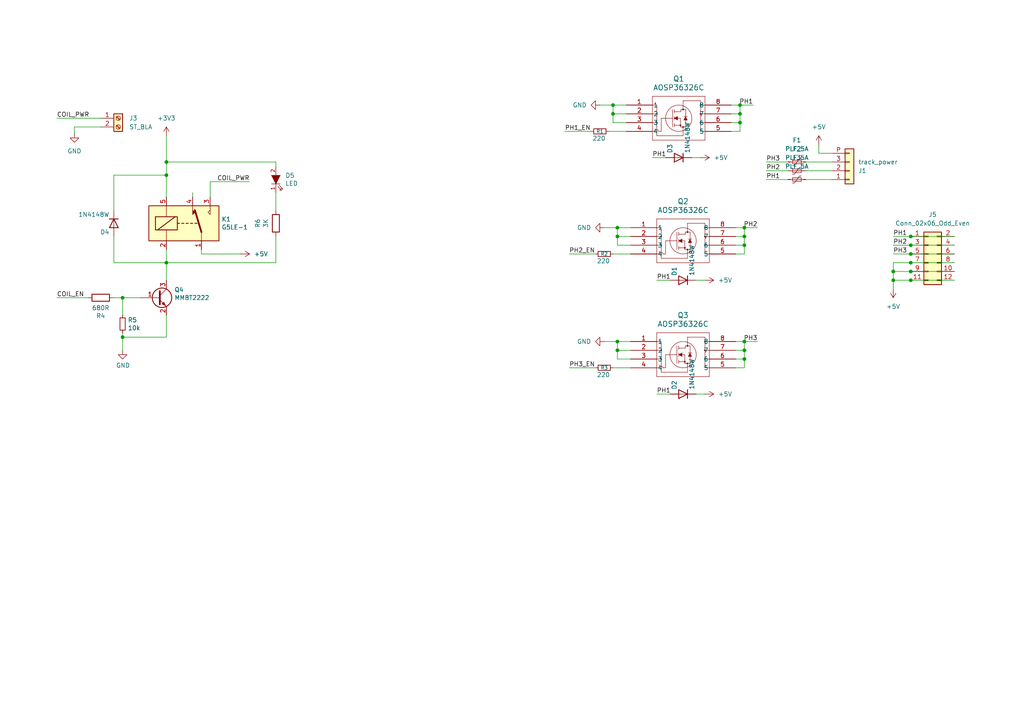
<source format=kicad_sch>
(kicad_sch (version 20250114) (generator "eeschema") (generator_version "9.0")
  (paper "A4")
  (lib_symbols
    (symbol "2025-12-12_04-05-23:AOSP36326C" (pin_names (offset 0.254))
      (property "Reference" "Q" (at 15.24 7.62 0))
      (property "Value" "AOSP36326C" (at 15.24 5.08 0))
      (symbol "AOSP36326C_0_1"
        (polyline (pts (xy 7.62 2.54) (xy 7.62 -10.16)) (stroke (width 0.127)))
        (polyline (pts (xy 7.62 0) (xy 8.89 0)) (stroke (width 0.127)))
        (polyline (pts (xy 7.62 -2.54) (xy 8.89 -2.54)) (stroke (width 0.127)))
        (polyline (pts (xy 7.62 -5.08) (xy 8.89 -5.08)) (stroke (width 0.127)))
        (polyline (pts (xy 7.62 -7.62) (xy 8.382 -7.62)) (stroke (width 0.127)))
        (polyline (pts (xy 7.62 -10.16) (xy 22.86 -10.16)) (stroke (width 0.127)))
        (polyline (pts (xy 8.89 0) (xy 8.89 -8.89)) (stroke (width 0.127)))
        (circle (center 8.89 -2.54) (radius 0.127) (stroke (width 0.254)))
        (circle (center 8.89 -5.08) (radius 0.127) (stroke (width 0.254)))
        (arc (start 8.382 -7.62) (mid 8.89 -7.1142) (end 9.398 -7.62) (stroke (width 0.127)))
        (polyline (pts (xy 8.89 -8.89) (xy 16.51 -8.89)) (stroke (width 0.127)))
        (polyline (pts (xy 10.16 -3.81) (xy 10.16 -7.62)) (stroke (width 0.127)))
        (polyline (pts (xy 10.16 -3.81) (xy 13.462 -3.81)) (stroke (width 0.127)))
        (polyline (pts (xy 10.16 -7.62) (xy 9.398 -7.62)) (stroke (width 0.127)))
        (polyline (pts (xy 13.462 -6.35) (xy 13.462 -1.27)) (stroke (width 0.127)))
        (polyline (pts (xy 13.97 -1.905) (xy 15.875 -1.905)) (stroke (width 0.127)))
        (polyline (pts (xy 13.97 -2.286) (xy 13.97 -1.27)) (stroke (width 0.127)))
        (polyline (pts (xy 13.97 -4.318) (xy 13.97 -3.302)) (stroke (width 0.127)))
        (polyline (pts (xy 13.97 -5.842) (xy 15.748 -5.842)) (stroke (width 0.127)))
        (polyline (pts (xy 13.97 -6.35) (xy 13.97 -5.334)) (stroke (width 0.127)))
        (polyline (pts (xy 14.986 -3.302) (xy 13.97 -3.81) (xy 14.986 -4.318)) (fill (type outline)))
        (polyline (pts (xy 14.986 -3.81) (xy 15.748 -3.81)) (stroke (width 0.127)))
        (circle (center 15.24 -3.81) (radius 3.81) (stroke (width 0.127)))
        (circle (center 15.748 -5.842) (radius 0.127) (stroke (width 0.254)))
        (polyline (pts (xy 15.748 -6.35) (xy 15.748 -3.81)) (stroke (width 0.127)))
        (polyline (pts (xy 15.748 -6.35) (xy 17.272 -6.35)) (stroke (width 0.127)))
        (polyline (pts (xy 15.875 -1.27) (xy 17.272 -1.27)) (stroke (width 0.127)))
        (polyline (pts (xy 15.875 -1.905) (xy 15.875 -1.27)) (stroke (width 0.127)))
        (polyline (pts (xy 16.51 1.27) (xy 16.51 -1.27)) (stroke (width 0.127)))
        (circle (center 16.51 -1.27) (radius 0.127) (stroke (width 0.254)))
        (circle (center 16.51 -6.35) (radius 0.127) (stroke (width 0.254)))
        (polyline (pts (xy 16.51 -8.89) (xy 16.51 -6.35)) (stroke (width 0.127)))
        (polyline (pts (xy 17.272 -3.302) (xy 17.272 -1.27)) (stroke (width 0.127)))
        (polyline (pts (xy 17.272 -6.35) (xy 17.272 -4.318)) (stroke (width 0.127)))
        (polyline (pts (xy 17.78 -3.302) (xy 16.764 -3.302)) (stroke (width 0.127)))
        (polyline (pts (xy 17.78 -4.318) (xy 16.764 -4.318) (xy 17.272 -3.302)) (fill (type outline)))
        (polyline (pts (xy 21.59 1.27) (xy 16.51 1.27)) (stroke (width 0.127)))
        (circle (center 21.59 0) (radius 0.127) (stroke (width 0.254)))
        (circle (center 21.59 -2.54) (radius 0.127) (stroke (width 0.254)))
        (circle (center 21.59 -5.08) (radius 0.127) (stroke (width 0.254)))
        (polyline (pts (xy 21.59 -7.62) (xy 21.59 1.27)) (stroke (width 0.127)))
        (polyline (pts (xy 22.86 2.54) (xy 7.62 2.54)) (stroke (width 0.127)))
        (polyline (pts (xy 22.86 0) (xy 21.59 0)) (stroke (width 0.127)))
        (polyline (pts (xy 22.86 -2.54) (xy 21.59 -2.54)) (stroke (width 0.127)))
        (polyline (pts (xy 22.86 -5.08) (xy 21.59 -5.08)) (stroke (width 0.127)))
        (polyline (pts (xy 22.86 -7.62) (xy 21.59 -7.62)) (stroke (width 0.127)))
        (polyline (pts (xy 22.86 -10.16) (xy 22.86 2.54)) (stroke (width 0.127)))
        (pin unspecified line (at 0 0 0) (length 7.62) (name "1") (number "1"))
        (pin unspecified line (at 0 -2.54 0) (length 7.62) (name "2") (number "2"))
        (pin unspecified line (at 0 -5.08 0) (length 7.62) (name "3") (number "3"))
        (pin unspecified line (at 0 -7.62 0) (length 7.62) (name "4") (number "4"))
        (pin unspecified line (at 30.48 0 180) (length 7.62) (name "8") (number "8"))
        (pin unspecified line (at 30.48 -2.54 180) (length 7.62) (name "7") (number "7"))
        (pin unspecified line (at 30.48 -5.08 180) (length 7.62) (name "6") (number "6"))
        (pin unspecified line (at 30.48 -7.62 180) (length 7.62) (name "5") (number "5"))
      )
    )
    (symbol "Connector:Screw_Terminal_01x02" (pin_names (offset 1.016) (hide yes))
      (property "Reference" "J" (at 0 2.54 0))
      (property "Value" "Screw_Terminal_01x02" (at 0 -5.08 0))
      (symbol "Screw_Terminal_01x02_1_1"
        (rectangle (start -1.27 1.27) (end 1.27 -3.81) (stroke (width 0.254)) (fill (type background)))
        (polyline (pts (xy -0.5334 0.3302) (xy 0.3302 -0.508)) (stroke (width 0.1524)))
        (polyline (pts (xy -0.5334 -2.2098) (xy 0.3302 -3.048)) (stroke (width 0.1524)))
        (polyline (pts (xy -0.3556 0.508) (xy 0.508 -0.3302)) (stroke (width 0.1524)))
        (polyline (pts (xy -0.3556 -2.032) (xy 0.508 -2.8702)) (stroke (width 0.1524)))
        (circle (center 0 0) (radius 0.635) (stroke (width 0.1524)))
        (circle (center 0 -2.54) (radius 0.635) (stroke (width 0.1524)))
        (pin passive line (at -5.08 0 0) (length 3.81) (name "Pin_1") (number "1"))
        (pin passive line (at -5.08 -2.54 0) (length 3.81) (name "Pin_2") (number "2"))
      )
    )
    (symbol "Connector_Generic:Conn_02x06_Odd_Even" (pin_names (offset 1.016) (hide yes))
      (property "Reference" "J" (at 1.27 7.62 0))
      (property "Value" "Conn_02x06_Odd_Even" (at 1.27 -10.16 0))
      (symbol "Conn_02x06_Odd_Even_1_1"
        (rectangle (start -1.27 6.35) (end 3.81 -8.89) (stroke (width 0.254)) (fill (type background)))
        (rectangle (start -1.27 5.207) (end 0 4.953) (stroke (width 0.1524)))
        (rectangle (start -1.27 2.667) (end 0 2.413) (stroke (width 0.1524)))
        (rectangle (start -1.27 0.127) (end 0 -0.127) (stroke (width 0.1524)))
        (rectangle (start -1.27 -2.413) (end 0 -2.667) (stroke (width 0.1524)))
        (rectangle (start -1.27 -4.953) (end 0 -5.207) (stroke (width 0.1524)))
        (rectangle (start -1.27 -7.493) (end 0 -7.747) (stroke (width 0.1524)))
        (rectangle (start 3.81 5.207) (end 2.54 4.953) (stroke (width 0.1524)))
        (rectangle (start 3.81 2.667) (end 2.54 2.413) (stroke (width 0.1524)))
        (rectangle (start 3.81 0.127) (end 2.54 -0.127) (stroke (width 0.1524)))
        (rectangle (start 3.81 -2.413) (end 2.54 -2.667) (stroke (width 0.1524)))
        (rectangle (start 3.81 -4.953) (end 2.54 -5.207) (stroke (width 0.1524)))
        (rectangle (start 3.81 -7.493) (end 2.54 -7.747) (stroke (width 0.1524)))
        (pin passive line (at -5.08 5.08 0) (length 3.81) (name "Pin_1") (number "1"))
        (pin passive line (at -5.08 2.54 0) (length 3.81) (name "Pin_3") (number "3"))
        (pin passive line (at -5.08 0 0) (length 3.81) (name "Pin_5") (number "5"))
        (pin passive line (at -5.08 -2.54 0) (length 3.81) (name "Pin_7") (number "7"))
        (pin passive line (at -5.08 -5.08 0) (length 3.81) (name "Pin_9") (number "9"))
        (pin passive line (at -5.08 -7.62 0) (length 3.81) (name "Pin_11") (number "11"))
        (pin passive line (at 7.62 5.08 180) (length 3.81) (name "Pin_2") (number "2"))
        (pin passive line (at 7.62 2.54 180) (length 3.81) (name "Pin_4") (number "4"))
        (pin passive line (at 7.62 0 180) (length 3.81) (name "Pin_6") (number "6"))
        (pin passive line (at 7.62 -2.54 180) (length 3.81) (name "Pin_8") (number "8"))
        (pin passive line (at 7.62 -5.08 180) (length 3.81) (name "Pin_10") (number "10"))
        (pin passive line (at 7.62 -7.62 180) (length 3.81) (name "Pin_12") (number "12"))
      )
    )
    (symbol "Device:D" (pin_numbers (hide yes)) (pin_names (offset 1.016) (hide yes))
      (property "Reference" "D" (at 0 2.54 0))
      (property "Value" "D" (at 0 -2.54 0))
      (symbol "D_0_1"
        (polyline (pts (xy -1.27 1.27) (xy -1.27 -1.27)) (stroke (width 0.254)))
        (polyline (pts (xy 1.27 1.27) (xy 1.27 -1.27) (xy -1.27 0) (xy 1.27 1.27)) (stroke (width 0.254)))
        (polyline (pts (xy 1.27 0) (xy -1.27 0)))
      )
      (symbol "D_1_1"
        (pin passive line (at -3.81 0 0) (length 2.54) (name "K") (number "1"))
        (pin passive line (at 3.81 0 180) (length 2.54) (name "A") (number "2"))
      )
    )
    (symbol "Device:Polyfuse_Small" (pin_numbers (hide yes)) (pin_names (offset 0))
      (property "Reference" "F" (at -1.905 0 90))
      (property "Value" "Polyfuse_Small" (at 1.905 0 90))
      (symbol "Polyfuse_Small_0_1"
        (polyline (pts (xy -1.016 1.27) (xy -1.016 0.762) (xy 1.016 -0.762) (xy 1.016 -1.27)))
        (rectangle (start -0.508 1.27) (end 0.508 -1.27))
        (polyline (pts (xy 0 2.54) (xy 0 -2.54)))
      )
      (symbol "Polyfuse_Small_1_1"
        (pin passive line (at 0 2.54 270) (length 0.635) (name "~") (number "1"))
        (pin passive line (at 0 -2.54 90) (length 0.635) (name "~") (number "2"))
      )
    )
    (symbol "Device:R" (pin_numbers (hide yes)) (pin_names (offset 0))
      (property "Reference" "R" (at 2.032 0 90))
      (property "Value" "R" (at 0 0 90))
      (symbol "R_0_1"
        (rectangle (start -1.016 -2.54) (end 1.016 2.54) (stroke (width 0.254)))
      )
      (symbol "R_1_1"
        (pin passive line (at 0 3.81 270) (length 1.27) (name "~") (number "1"))
        (pin passive line (at 0 -3.81 90) (length 1.27) (name "~") (number "2"))
      )
    )
    (symbol "Device:R_Small" (pin_numbers (hide yes)) (pin_names (offset 0.254) (hide yes))
      (property "Reference" "R" (at 0 0 90))
      (property "Value" "R_Small" (at 1.778 0 90))
      (symbol "R_Small_0_1"
        (rectangle (start -0.762 1.778) (end 0.762 -1.778) (stroke (width 0.2032)))
      )
      (symbol "R_Small_1_1"
        (pin passive line (at 0 2.54 270) (length 0.762) (name "~") (number "1"))
        (pin passive line (at 0 -2.54 90) (length 0.762) (name "~") (number "2"))
      )
    )
    (symbol "Relay:G5LE-1"
      (property "Reference" "K" (at 11.43 3.81 0))
      (property "Value" "G5LE-1" (at 11.43 1.27 0))
      (symbol "G5LE-1_0_0"
        (polyline (pts (xy 7.62 5.08) (xy 7.62 2.54) (xy 6.985 3.175) (xy 7.62 3.81)))
      )
      (symbol "G5LE-1_0_1"
        (rectangle (start -10.16 5.08) (end 10.16 -5.08) (stroke (width 0.254)) (fill (type background)))
        (rectangle (start -8.255 1.905) (end -1.905 -1.905) (stroke (width 0.254)))
        (polyline (pts (xy -7.62 -1.905) (xy -2.54 1.905)) (stroke (width 0.254)))
        (polyline (pts (xy -5.08 5.08) (xy -5.08 1.905)))
        (polyline (pts (xy -5.08 -5.08) (xy -5.08 -1.905)))
        (polyline (pts (xy -1.905 0) (xy -1.27 0)) (stroke (width 0.254)))
        (polyline (pts (xy -0.635 0) (xy 0 0)) (stroke (width 0.254)))
        (polyline (pts (xy 0.635 0) (xy 1.27 0)) (stroke (width 0.254)))
        (polyline (pts (xy 1.905 0) (xy 2.54 0)) (stroke (width 0.254)))
        (polyline (pts (xy 2.54 5.08) (xy 2.54 2.54) (xy 3.175 3.175) (xy 2.54 3.81)) (fill (type outline)))
        (polyline (pts (xy 3.175 0) (xy 3.81 0)) (stroke (width 0.254)))
        (polyline (pts (xy 5.08 -2.54) (xy 3.175 3.81)) (stroke (width 0.508)))
        (polyline (pts (xy 5.08 -2.54) (xy 5.08 -5.08)))
      )
      (symbol "G5LE-1_1_1"
        (pin passive line (at -5.08 7.62 270) (length 2.54) (name "~") (number "5"))
        (pin passive line (at -5.08 -7.62 90) (length 2.54) (name "~") (number "2"))
        (pin passive line (at 2.54 7.62 270) (length 2.54) (name "~") (number "4"))
        (pin passive line (at 5.08 -7.62 90) (length 2.54) (name "~") (number "1"))
        (pin passive line (at 7.62 7.62 270) (length 2.54) (name "~") (number "3"))
      )
    )
    (symbol "Transistor_BJT:MMBT3904" (pin_names (offset 0) (hide yes))
      (property "Reference" "Q" (at 5.08 1.905 0))
      (property "Value" "MMBT3904" (at 5.08 0 0))
      (symbol "MMBT3904_0_1"
        (polyline (pts (xy 0.635 1.905) (xy 0.635 -1.905) (xy 0.635 -1.905)) (stroke (width 0.508)))
        (polyline (pts (xy 0.635 0.635) (xy 2.54 2.54)))
        (polyline (pts (xy 0.635 -0.635) (xy 2.54 -2.54) (xy 2.54 -2.54)))
        (circle (center 1.27 0) (radius 2.8194) (stroke (width 0.254)))
        (polyline (pts (xy 1.27 -1.778) (xy 1.778 -1.27) (xy 2.286 -2.286) (xy 1.27 -1.778) (xy 1.27 -1.778)) (fill (type outline)))
      )
      (symbol "MMBT3904_1_1"
        (pin input line (at -5.08 0 0) (length 5.715) (name "B") (number "1"))
        (pin passive line (at 2.54 5.08 270) (length 2.54) (name "C") (number "3"))
        (pin passive line (at 2.54 -5.08 90) (length 2.54) (name "E") (number "2"))
      )
    )
    (symbol "model_train:power_conn" (pin_names (offset 1.016) (hide yes))
      (property "Reference" "J" (at 0 5.08 0))
      (property "Value" "power_conn" (at 0 -7.62 0))
      (symbol "power_conn_1_1"
        (rectangle (start -1.27 3.81) (end 1.27 -6.35) (stroke (width 0.254)) (fill (type background)))
        (rectangle (start -1.27 2.667) (end 0 2.413) (stroke (width 0.1524)))
        (rectangle (start -1.27 0.127) (end 0 -0.127) (stroke (width 0.1524)))
        (rectangle (start -1.27 -2.413) (end 0 -2.667) (stroke (width 0.1524)))
        (rectangle (start -1.27 -4.953) (end 0 -5.207) (stroke (width 0.1524)))
        (pin passive line (at -5.08 2.54 0) (length 3.81) (name "Pin_1") (number "1"))
        (pin passive line (at -5.08 0 0) (length 3.81) (name "Pin_2") (number "2"))
        (pin passive line (at -5.08 -2.54 0) (length 3.81) (name "Pin_3") (number "3"))
        (pin passive line (at -5.08 -5.08 0) (length 3.81) (name "Pin_4") (number "P"))
      )
    )
    (symbol "power:+3V3" (power) (pin_numbers (hide yes)) (pin_names (offset 0) (hide yes))
      (property "Value" "+3V3" (at 0 3.556 0))
      (symbol "+3V3_0_1"
        (polyline (pts (xy -0.762 1.27) (xy 0 2.54)))
        (polyline (pts (xy 0 2.54) (xy 0.762 1.27)))
        (polyline (pts (xy 0 0) (xy 0 2.54)))
      )
      (symbol "+3V3_1_1"
        (pin power_in line (at 0 0 90) (length 0) (name "~") (number "1"))
      )
    )
    (symbol "power:+5V" (power) (pin_numbers (hide yes)) (pin_names (offset 0) (hide yes))
      (property "Value" "+5V" (at 0 3.556 0))
      (symbol "+5V_0_1"
        (polyline (pts (xy -0.762 1.27) (xy 0 2.54)))
        (polyline (pts (xy 0 2.54) (xy 0.762 1.27)))
        (polyline (pts (xy 0 0) (xy 0 2.54)))
      )
      (symbol "+5V_1_1"
        (pin power_in line (at 0 0 90) (length 0) (name "~") (number "1"))
      )
    )
    (symbol "power:GND" (power) (pin_numbers (hide yes)) (pin_names (offset 0) (hide yes))
      (property "Value" "GND" (at 0 -3.81 0))
      (symbol "GND_0_1"
        (polyline (pts (xy 0 0) (xy 0 -1.27) (xy 1.27 -1.27) (xy 0 -2.54) (xy -1.27 -1.27) (xy 0 -1.27)))
      )
      (symbol "GND_1_1"
        (pin power_in line (at 0 0 270) (length 0) (name "~") (number "1"))
      )
    )
    (symbol "sec_control-rescue:LED-AP2112k" (pin_names (offset 1.016) (hide yes))
      (property "Reference" "D" (at 0 2.54 0))
      (property "Value" "LED-AP2112k" (at 0 -2.54 0))
      (symbol "LED-AP2112k_0_1"
        (polyline (pts (xy -2.032 -0.635) (xy -3.175 -1.651) (xy -3.048 -1.016)))
        (polyline (pts (xy -1.651 -1.016) (xy -2.794 -2.032) (xy -2.667 -1.397)))
        (polyline (pts (xy -1.27 1.27) (xy -1.27 -1.27)))
        (polyline (pts (xy 1.27 1.27) (xy -1.27 0) (xy 1.27 -1.27)) (fill (type outline)))
      )
      (symbol "LED-AP2112k_1_1"
        (pin passive line (at -3.81 0 0) (length 2.4892) (name "K") (number "1"))
        (pin passive line (at 3.81 0 180) (length 2.4892) (name "A") (number "2"))
      )
    )
  )
  (junction (at 215.9 68.58))
  (junction (at 264.16 81.28))
  (junction (at 215.9 66.04))
  (junction (at 214.63 33.02))
  (junction (at 177.8 33.02))
  (junction (at 35.56 97.79))
  (junction (at 215.9 101.6))
  (junction (at 215.9 71.12))
  (junction (at 259.08 78.74))
  (junction (at 259.08 81.28))
  (junction (at 35.56 86.36))
  (junction (at 264.16 68.58))
  (junction (at 214.63 30.48))
  (junction (at 264.16 78.74))
  (junction (at 215.9 99.06))
  (junction (at 264.16 71.12))
  (junction (at 179.07 101.6))
  (junction (at 179.07 68.58))
  (junction (at 215.9 104.14))
  (junction (at 179.07 66.04))
  (junction (at 48.26 50.8))
  (junction (at 177.8 30.48))
  (junction (at 179.07 99.06))
  (junction (at 264.16 73.66))
  (junction (at 48.26 46.99))
  (junction (at 48.26 76.2))
  (junction (at 264.16 76.2))
  (junction (at 214.63 35.56))
  (wire (pts (xy 55.88 57.15) (xy 55.88 55.88)))
  (wire (pts (xy 179.07 99.06) (xy 182.88 99.06)))
  (wire (pts (xy 175.26 66.04) (xy 179.07 66.04)))
  (wire (pts (xy 58.42 73.66) (xy 69.85 73.66)))
  (wire (pts (xy 60.96 52.705) (xy 72.39 52.705)))
  (wire (pts (xy 48.26 72.39) (xy 48.26 76.2)))
  (wire (pts (xy 33.02 76.2) (xy 48.26 76.2)))
  (wire (pts (xy 222.25 52.07) (xy 228.6 52.07)))
  (wire (pts (xy 35.56 97.79) (xy 48.26 97.79)))
  (wire (pts (xy 222.25 49.53) (xy 228.6 49.53)))
  (wire (pts (xy 214.63 35.56) (xy 214.63 33.02)))
  (wire (pts (xy 60.96 52.705) (xy 60.96 57.15)))
  (wire (pts (xy 213.36 71.12) (xy 215.9 71.12)))
  (wire (pts (xy 241.3 44.45) (xy 237.49 44.45)))
  (wire (pts (xy 177.8 30.48) (xy 181.61 30.48)))
  (wire (pts (xy 176.53 38.1) (xy 181.61 38.1)))
  (wire (pts (xy 177.8 35.56) (xy 177.8 33.02)))
  (wire (pts (xy 259.08 73.66) (xy 264.16 73.66)))
  (wire (pts (xy 35.56 96.52) (xy 35.56 97.79)))
  (wire (pts (xy 48.26 46.99) (xy 80.01 46.99)))
  (wire (pts (xy 233.68 52.07) (xy 241.3 52.07)))
  (wire (pts (xy 212.09 33.02) (xy 214.63 33.02)))
  (wire (pts (xy 48.26 46.99) (xy 48.26 50.8)))
  (wire (pts (xy 259.08 76.2) (xy 259.08 78.74)))
  (wire (pts (xy 212.09 38.1) (xy 214.63 38.1)))
  (wire (pts (xy 35.56 91.44) (xy 35.56 86.36)))
  (wire (pts (xy 182.88 104.14) (xy 179.07 104.14)))
  (wire (pts (xy 213.36 68.58) (xy 215.9 68.58)))
  (wire (pts (xy 264.16 73.66) (xy 276.86 73.66)))
  (wire (pts (xy 212.09 30.48) (xy 214.63 30.48)))
  (wire (pts (xy 215.9 66.04) (xy 219.71 66.04)))
  (wire (pts (xy 215.9 73.66) (xy 215.9 71.12)))
  (wire (pts (xy 35.56 86.36) (xy 40.64 86.36)))
  (wire (pts (xy 215.9 101.6) (xy 215.9 99.06)))
  (wire (pts (xy 21.59 38.735) (xy 21.59 36.83)))
  (wire (pts (xy 213.36 73.66) (xy 215.9 73.66)))
  (wire (pts (xy 179.07 101.6) (xy 179.07 99.06)))
  (wire (pts (xy 48.26 76.2) (xy 80.01 76.2)))
  (wire (pts (xy 35.56 97.79) (xy 35.56 101.6)))
  (wire (pts (xy 48.26 76.2) (xy 48.26 81.28)))
  (wire (pts (xy 213.36 101.6) (xy 215.9 101.6)))
  (wire (pts (xy 214.63 33.02) (xy 214.63 30.48)))
  (wire (pts (xy 189.23 45.72) (xy 193.04 45.72)))
  (wire (pts (xy 259.08 78.74) (xy 264.16 78.74)))
  (wire (pts (xy 214.63 38.1) (xy 214.63 35.56)))
  (wire (pts (xy 215.9 68.58) (xy 215.9 66.04)))
  (wire (pts (xy 233.68 46.99) (xy 241.3 46.99)))
  (wire (pts (xy 179.07 68.58) (xy 179.07 66.04)))
  (wire (pts (xy 48.26 50.8) (xy 48.26 57.15)))
  (wire (pts (xy 259.08 68.58) (xy 264.16 68.58)))
  (wire (pts (xy 264.16 81.28) (xy 276.86 81.28)))
  (wire (pts (xy 80.01 76.2) (xy 80.01 68.58)))
  (wire (pts (xy 179.07 101.6) (xy 182.88 101.6)))
  (wire (pts (xy 165.1 73.66) (xy 172.72 73.66)))
  (wire (pts (xy 33.02 50.8) (xy 33.02 60.96)))
  (wire (pts (xy 190.5 114.3) (xy 194.31 114.3)))
  (wire (pts (xy 215.9 106.68) (xy 215.9 104.14)))
  (wire (pts (xy 48.26 39.37) (xy 48.26 46.99)))
  (wire (pts (xy 80.01 46.99) (xy 80.01 48.26)))
  (wire (pts (xy 16.51 34.29) (xy 29.21 34.29)))
  (wire (pts (xy 179.07 71.12) (xy 179.07 68.58)))
  (wire (pts (xy 259.08 81.28) (xy 259.08 83.82)))
  (wire (pts (xy 177.8 73.66) (xy 182.88 73.66)))
  (wire (pts (xy 179.07 104.14) (xy 179.07 101.6)))
  (wire (pts (xy 21.59 36.83) (xy 29.21 36.83)))
  (wire (pts (xy 173.99 30.48) (xy 177.8 30.48)))
  (wire (pts (xy 201.93 114.3) (xy 204.47 114.3)))
  (wire (pts (xy 33.02 86.36) (xy 35.56 86.36)))
  (wire (pts (xy 163.83 38.1) (xy 171.45 38.1)))
  (wire (pts (xy 201.93 81.28) (xy 204.47 81.28)))
  (wire (pts (xy 190.5 81.28) (xy 194.31 81.28)))
  (wire (pts (xy 213.36 106.68) (xy 215.9 106.68)))
  (wire (pts (xy 264.16 71.12) (xy 276.86 71.12)))
  (wire (pts (xy 237.49 44.45) (xy 237.49 41.91)))
  (wire (pts (xy 233.68 49.53) (xy 241.3 49.53)))
  (wire (pts (xy 264.16 78.74) (xy 276.86 78.74)))
  (wire (pts (xy 222.25 46.99) (xy 228.6 46.99)))
  (wire (pts (xy 182.88 71.12) (xy 179.07 71.12)))
  (wire (pts (xy 80.01 60.96) (xy 80.01 55.88)))
  (wire (pts (xy 212.09 35.56) (xy 214.63 35.56)))
  (wire (pts (xy 215.9 71.12) (xy 215.9 68.58)))
  (wire (pts (xy 213.36 66.04) (xy 215.9 66.04)))
  (wire (pts (xy 259.08 81.28) (xy 264.16 81.28)))
  (wire (pts (xy 214.63 30.48) (xy 218.44 30.48)))
  (wire (pts (xy 175.26 99.06) (xy 179.07 99.06)))
  (wire (pts (xy 276.86 76.2) (xy 264.16 76.2)))
  (wire (pts (xy 179.07 66.04) (xy 182.88 66.04)))
  (wire (pts (xy 177.8 33.02) (xy 181.61 33.02)))
  (wire (pts (xy 48.26 50.8) (xy 33.02 50.8)))
  (wire (pts (xy 264.16 68.58) (xy 276.86 68.58)))
  (wire (pts (xy 215.9 104.14) (xy 215.9 101.6)))
  (wire (pts (xy 181.61 35.56) (xy 177.8 35.56)))
  (wire (pts (xy 177.8 33.02) (xy 177.8 30.48)))
  (wire (pts (xy 58.42 72.39) (xy 58.42 73.66)))
  (wire (pts (xy 165.1 106.68) (xy 172.72 106.68)))
  (wire (pts (xy 215.9 99.06) (xy 219.71 99.06)))
  (wire (pts (xy 264.16 76.2) (xy 259.08 76.2)))
  (wire (pts (xy 179.07 68.58) (xy 182.88 68.58)))
  (wire (pts (xy 177.8 106.68) (xy 182.88 106.68)))
  (wire (pts (xy 33.02 68.58) (xy 33.02 76.2)))
  (wire (pts (xy 259.08 78.74) (xy 259.08 81.28)))
  (wire (pts (xy 16.51 86.36) (xy 25.4 86.36)))
  (wire (pts (xy 213.36 99.06) (xy 215.9 99.06)))
  (wire (pts (xy 48.26 97.79) (xy 48.26 91.44)))
  (wire (pts (xy 200.66 45.72) (xy 203.2 45.72)))
  (wire (pts (xy 213.36 104.14) (xy 215.9 104.14)))
  (wire (pts (xy 259.08 71.12) (xy 264.16 71.12)))
  (label "PH1" (at 222.25 52.07 0))
  (label "PH3" (at 259.08 73.66 0))
  (label "PH1" (at 218.44 30.48 180))
  (label "PH3_EN" (at 165.1 106.68 0))
  (label "PH3" (at 219.71 99.06 180))
  (label "PH1" (at 190.5 81.28 0))
  (label "PH3" (at 222.25 46.99 0))
  (label "PH1" (at 190.5 114.3 0))
  (label "PH1_EN" (at 163.83 38.1 0))
  (label "PH2" (at 259.08 71.12 0))
  (label "PH1" (at 189.23 45.72 0))
  (label "COIL_EN" (at 16.51 86.36 0))
  (label "COIL_PWR" (at 16.51 34.29 0))
  (label "PH2" (at 219.71 66.04 180))
  (label "COIL_PWR" (at 72.39 52.705 180))
  (label "PH1" (at 259.08 68.58 0))
  (label "PH2_EN" (at 165.1 73.66 0))
  (label "PH2" (at 222.25 49.53 0))
  (symbol (lib_id "Device:R_Small") (at 175.26 106.68 90) (unit 1)
    (property "Reference" "R3" (at 175.26 106.68 90) (effects (font (size 1.016 1.016))))
    (property "Value" "220" (at 175.006 108.712 90))
    (property "Footprint" "Resistor_SMD:R_0805_2012Metric" (effects (hide yes)))
    (property "Description" "Resistor, small symbol" (effects (hide yes)))
  )
  (symbol (lib_id "power:+5V") (at 259.08 83.82 180) (unit 1)
    (property "Reference" "#PWR08" (effects (hide yes)))
    (property "Value" "+5V" (at 259.08 88.9 0))
    (property "Description" "Power symbol creates a global label with name \"+5V\"" (effects (hide yes)))
  )
  (symbol (lib_id "Device:D") (at 196.85 45.72 180) (unit 1)
    (property "Reference" "D3" (at 194.31 44.45 90) (effects (justify right)))
    (property "Value" "1N4148W" (at 199.39 44.45 90) (effects (justify right)))
    (property "Footprint" "Diode_SMD:D_SOD-123" (effects (hide yes)))
    (property "Digikey Part No." "1N4148W-FDITR-ND" (effects (hide yes)))
  )
  (symbol (lib_id "Transistor_BJT:MMBT3904") (at 45.72 86.36 0) (unit 1)
    (property "Reference" "Q4" (at 50.5714 84.0486 0) (effects (justify left)))
    (property "Value" "MMBT2222" (at 50.5714 86.36 0) (effects (justify left)))
    (property "Footprint" "Package_TO_SOT_SMD:SOT-23" (effects (hide yes)))
    (property "Datasheet" "https://www.fairchildsemi.com/datasheets/2N/2N3904.pdf" (effects (hide yes)))
    (property "Digikey Part No." "MMBT2222LT1GOSCT-ND" (effects (hide yes)))
  )
  (symbol (lib_id "power:+5V") (at 237.49 41.91 0) (unit 1)
    (property "Reference" "#PWR01" (effects (hide yes)))
    (property "Value" "+5V" (at 237.49 36.83 0))
    (property "Description" "Power symbol creates a global label with name \"+5V\"" (effects (hide yes)))
  )
  (symbol (lib_id "power:GND") (at 175.26 99.06 270) (unit 1)
    (property "Reference" "#PWR06" (effects (hide yes)))
    (property "Value" "GND" (at 171.45 99.0599 90) (effects (justify right)))
    (property "Description" "Power symbol creates a global label with name \"GND\" , ground" (effects (hide yes)))
  )
  (symbol (lib_id "Connector_Generic:Conn_02x06_Odd_Even") (at 269.24 73.66 0) (unit 1)
    (property "Reference" "J5" (at 270.51 62.23 0))
    (property "Value" "Conn_02x06_Odd_Even" (at 270.51 64.77 0))
    (property "Footprint" "Connector_PinSocket_2.54mm:PinSocket_2x06_P2.54mm_Vertical" (effects (hide yes)))
    (property "Description" "Generic connector, double row, 02x06, odd/even pin numbering scheme (row 1 odd numbers, row 2 even numbers), script generated (kicad-library-utils/schlib/autogen/connector/)" (effects (hide yes)))
  )
  (symbol (lib_id "Device:R_Small") (at 35.56 93.98 0) (unit 1)
    (property "Reference" "R5" (at 37.0586 92.8116 0) (effects (justify left)))
    (property "Value" "10k" (at 37.0586 95.123 0) (effects (justify left)))
    (property "Footprint" "Resistor_SMD:R_0805_2012Metric" (effects (hide yes)))
    (property "Digikey Part No." "311-10KARCT-ND" (effects (hide yes)))
  )
  (symbol (lib_id "Device:Polyfuse_Small") (at 231.14 46.99 270) (unit 1)
    (property "Reference" "F1" (at 231.14 40.64 90))
    (property "Value" "PLF_5A" (at 231.14 43.18 90))
    (property "Footprint" "Fuse:Fuse_1210_3225Metric" (effects (hide yes)))
  )
  (symbol (lib_id "power:+5V") (at 204.47 81.28 270) (unit 1)
    (property "Reference" "#PWR05" (effects (hide yes)))
    (property "Value" "+5V" (at 208.28 81.2799 90) (effects (justify left)))
    (property "Description" "Power symbol creates a global label with name \"+5V\"" (effects (hide yes)))
  )
  (symbol (lib_id "power:+5V") (at 204.47 114.3 270) (unit 1)
    (property "Reference" "#PWR07" (effects (hide yes)))
    (property "Value" "+5V" (at 208.28 114.2999 90) (effects (justify left)))
    (property "Description" "Power symbol creates a global label with name \"+5V\"" (effects (hide yes)))
  )
  (symbol (lib_id "Device:R") (at 80.01 64.77 0) (unit 1)
    (property "Reference" "R6" (at 74.7522 64.77 90))
    (property "Value" "3K" (at 77.0636 64.77 90))
    (property "Footprint" "Resistor_SMD:R_0805_2012Metric" (effects (hide yes)))
    (property "Digikey Part No." "311-3.0KARCT-ND" (effects (hide yes)))
  )
  (symbol (lib_id "2025-12-12_04-05-23:AOSP36326C") (at 182.88 66.04 0) (unit 1)
    (property "Reference" "Q2" (at 198.12 58.42 0) (effects (font (size 1.524 1.524))))
    (property "Value" "AOSP36326C" (at 198.12 60.96 0) (effects (font (size 1.524 1.524))))
    (property "Footprint" "SO8SOP-8L_AOS" (effects (hide yes)))
    (property "Datasheet" "AOSP36326C" (effects (hide yes)))
  )
  (symbol (lib_id "Device:R_Small") (at 173.99 38.1 90) (unit 1)
    (property "Reference" "R1" (at 173.99 38.1 90) (effects (font (size 1.016 1.016))))
    (property "Value" "220" (at 173.736 40.132 90))
    (property "Footprint" "Resistor_SMD:R_0805_2012Metric" (effects (hide yes)))
    (property "Description" "Resistor, small symbol" (effects (hide yes)))
  )
  (symbol (lib_id "Device:D") (at 33.02 64.77 270) (unit 1)
    (property "Reference" "D4" (at 31.75 67.31 90) (effects (justify right)))
    (property "Value" "1N4148W" (at 31.75 62.23 90) (effects (justify right)))
    (property "Footprint" "Diode_SMD:D_SOD-123" (effects (hide yes)))
    (property "Digikey Part No." "1N4148W-FDITR-ND" (effects (hide yes)))
  )
  (symbol (lib_id "2025-12-12_04-05-23:AOSP36326C") (at 181.61 30.48 0) (unit 1)
    (property "Reference" "Q1" (at 196.85 22.86 0) (effects (font (size 1.524 1.524))))
    (property "Value" "AOSP36326C" (at 196.85 25.4 0) (effects (font (size 1.524 1.524))))
    (property "Footprint" "SO8SOP-8L_AOS" (effects (hide yes)))
    (property "Datasheet" "AOSP36326C" (effects (hide yes)))
  )
  (symbol (lib_id "Device:R_Small") (at 175.26 73.66 90) (unit 1)
    (property "Reference" "R2" (at 175.26 73.66 90) (effects (font (size 1.016 1.016))))
    (property "Value" "220" (at 175.006 75.692 90))
    (property "Footprint" "Resistor_SMD:R_0805_2012Metric" (effects (hide yes)))
    (property "Description" "Resistor, small symbol" (effects (hide yes)))
  )
  (symbol (lib_id "Connector:Screw_Terminal_01x02") (at 34.29 34.29 0) (unit 1)
    (property "Reference" "J3" (at 37.465 34.29 0) (effects (justify left)))
    (property "Value" "ST_BLA" (at 37.465 36.83 0) (effects (justify left)))
    (property "Footprint" "TerminalBlock_Phoenix:TerminalBlock_Phoenix_PT-1,5-2-3.5-H_1x02_P3.50mm_Horizontal" (effects (hide yes)))
    (property "Digikey Part No." "277-5719-ND" (effects (hide yes)))
  )
  (symbol (lib_id "model_train:power_conn") (at 246.38 49.53 0) (mirror x) (unit 1)
    (property "Reference" "J1" (at 248.92 49.5301 0) (effects (justify left)))
    (property "Value" "track_power" (at 248.92 46.9901 0) (effects (justify left)))
    (property "Footprint" "model_train_footprints:straight_power_track_02X06" (effects (hide yes)))
    (property "Description" "Generic connector, single row, 01x04, script generated (kicad-library-utils/schlib/autogen/connector/)" (effects (hide yes)))
  )
  (symbol (lib_id "2025-12-12_04-05-23:AOSP36326C") (at 182.88 99.06 0) (unit 1)
    (property "Reference" "Q3" (at 198.12 91.44 0) (effects (font (size 1.524 1.524))))
    (property "Value" "AOSP36326C" (at 198.12 93.98 0) (effects (font (size 1.524 1.524))))
    (property "Footprint" "SO8SOP-8L_AOS" (effects (hide yes)))
    (property "Datasheet" "AOSP36326C" (effects (hide yes)))
  )
  (symbol (lib_id "power:+5V") (at 69.85 73.66 270) (unit 1)
    (property "Reference" "#PWR012" (effects (hide yes)))
    (property "Value" "+5V" (at 73.66 73.6599 90) (effects (justify left)))
    (property "Description" "Power symbol creates a global label with name \"+5V\"" (effects (hide yes)))
  )
  (symbol (lib_id "power:GND") (at 35.56 101.6 0) (unit 1)
    (property "Reference" "#PWR010" (effects (hide yes)))
    (property "Value" "GND" (at 35.687 105.9942 0))
  )
  (symbol (lib_id "sec_control-rescue:LED-AP2112k") (at 80.01 52.07 90) (unit 1)
    (property "Reference" "D5" (at 82.7532 50.9016 90) (effects (justify right)))
    (property "Value" "LED" (at 82.7532 53.213 90) (effects (justify right)))
    (property "Footprint" "LED_SMD:LED_0805_2012Metric" (effects (hide yes)))
    (property "Digikey Part No." "160-1645-1-ND" (effects (hide yes)))
  )
  (symbol (lib_id "power:GND") (at 175.26 66.04 270) (unit 1)
    (property "Reference" "#PWR04" (effects (hide yes)))
    (property "Value" "GND" (at 171.45 66.0399 90) (effects (justify right)))
    (property "Description" "Power symbol creates a global label with name \"GND\" , ground" (effects (hide yes)))
  )
  (symbol (lib_id "Device:D") (at 198.12 114.3 180) (unit 1)
    (property "Reference" "D2" (at 195.58 113.03 90) (effects (justify right)))
    (property "Value" "1N4148W" (at 200.66 113.03 90) (effects (justify right)))
    (property "Footprint" "Diode_SMD:D_SOD-123" (effects (hide yes)))
    (property "Digikey Part No." "1N4148W-FDITR-ND" (effects (hide yes)))
  )
  (symbol (lib_id "power:+5V") (at 203.2 45.72 270) (unit 1)
    (property "Reference" "#PWR03" (effects (hide yes)))
    (property "Value" "+5V" (at 207.01 45.7199 90) (effects (justify left)))
    (property "Description" "Power symbol creates a global label with name \"+5V\"" (effects (hide yes)))
  )
  (symbol (lib_id "power:+3V3") (at 48.26 39.37 0) (unit 1)
    (property "Reference" "#PWR011" (effects (hide yes)))
    (property "Value" "+3V3" (at 48.26 34.29 0))
    (property "Description" "Power symbol creates a global label with name \"+3V3\"" (effects (hide yes)))
  )
  (symbol (lib_id "power:GND") (at 21.59 38.735 0) (unit 1)
    (property "Reference" "#PWR019" (effects (hide yes)))
    (property "Value" "GND" (at 21.59 43.815 0))
  )
  (symbol (lib_id "power:GND") (at 173.99 30.48 270) (unit 1)
    (property "Reference" "#PWR02" (effects (hide yes)))
    (property "Value" "GND" (at 170.18 30.4799 90) (effects (justify right)))
    (property "Description" "Power symbol creates a global label with name \"GND\" , ground" (effects (hide yes)))
  )
  (symbol (lib_id "Device:Polyfuse_Small") (at 231.14 52.07 270) (unit 1)
    (property "Reference" "F3" (at 231.14 45.72 90))
    (property "Value" "PLF_5A" (at 231.14 48.26 90))
    (property "Footprint" "Fuse:Fuse_1210_3225Metric" (effects (hide yes)))
  )
  (symbol (lib_id "Device:Polyfuse_Small") (at 231.14 49.53 270) (unit 1)
    (property "Reference" "F2" (at 231.14 43.18 90))
    (property "Value" "PLF_5A" (at 231.14 45.72 90))
    (property "Footprint" "Fuse:Fuse_1210_3225Metric" (effects (hide yes)))
  )
  (symbol (lib_id "Device:D") (at 198.12 81.28 180) (unit 1)
    (property "Reference" "D1" (at 195.58 80.01 90) (effects (justify right)))
    (property "Value" "1N4148W" (at 200.66 80.01 90) (effects (justify right)))
    (property "Footprint" "Diode_SMD:D_SOD-123" (effects (hide yes)))
    (property "Digikey Part No." "1N4148W-FDITR-ND" (effects (hide yes)))
  )
  (symbol (lib_id "Device:R") (at 29.21 86.36 90) (unit 1)
    (property "Reference" "R4" (at 29.21 91.6178 90))
    (property "Value" "680R" (at 29.21 89.3064 90))
    (property "Footprint" "Resistor_SMD:R_0805_2012Metric" (effects (hide yes)))
    (property "Digikey Part No." "311-680ARCT-ND" (effects (hide yes)))
  )
  (symbol (lib_id "Relay:G5LE-1") (at 53.34 64.77 0) (unit 1)
    (property "Reference" "K1" (at 64.262 63.6016 0) (effects (justify left)))
    (property "Value" "G5LE-1" (at 64.262 65.913 0) (effects (justify left)))
    (property "Footprint" "Relay_THT:Relay_SPDT_Omron-G5LE-1" (effects (hide yes)))
    (property "Datasheet" "http://www.omron.com/ecb/products/pdf/en-g5le.pdf" (effects (hide yes)))
    (property "Digikey Part No." "Z1012-ND" (effects (hide yes)))
  )
)
</source>
